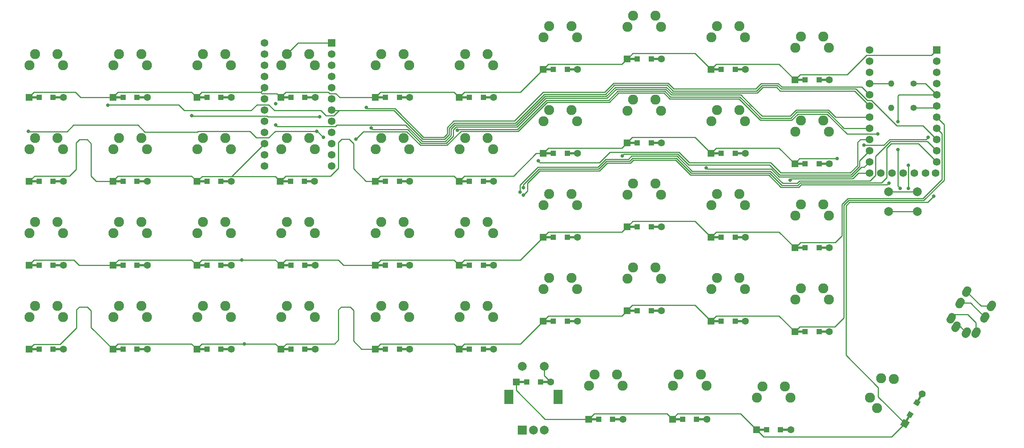
<source format=gbr>
%TF.GenerationSoftware,KiCad,Pcbnew,(5.1.9-0-10_14)*%
%TF.CreationDate,2021-09-05T14:47:07-05:00*%
%TF.ProjectId,wren-universal,7772656e-2d75-46e6-9976-657273616c2e,rev?*%
%TF.SameCoordinates,Original*%
%TF.FileFunction,Copper,L2,Bot*%
%TF.FilePolarity,Positive*%
%FSLAX46Y46*%
G04 Gerber Fmt 4.6, Leading zero omitted, Abs format (unit mm)*
G04 Created by KiCad (PCBNEW (5.1.9-0-10_14)) date 2021-09-05 14:47:07*
%MOMM*%
%LPD*%
G01*
G04 APERTURE LIST*
%TA.AperFunction,ComponentPad*%
%ADD10C,2.286000*%
%TD*%
%TA.AperFunction,ComponentPad*%
%ADD11C,1.752600*%
%TD*%
%TA.AperFunction,ComponentPad*%
%ADD12R,1.752600X1.752600*%
%TD*%
%TA.AperFunction,SMDPad,CuDef*%
%ADD13R,2.500000X0.500000*%
%TD*%
%TA.AperFunction,ComponentPad*%
%ADD14C,1.600000*%
%TD*%
%TA.AperFunction,ComponentPad*%
%ADD15R,1.600000X1.600000*%
%TD*%
%TA.AperFunction,SMDPad,CuDef*%
%ADD16R,1.200000X1.200000*%
%TD*%
%TA.AperFunction,ComponentPad*%
%ADD17O,1.400000X1.400000*%
%TD*%
%TA.AperFunction,ComponentPad*%
%ADD18C,1.400000*%
%TD*%
%TA.AperFunction,SMDPad,CuDef*%
%ADD19C,0.100000*%
%TD*%
%TA.AperFunction,ComponentPad*%
%ADD20C,0.100000*%
%TD*%
%TA.AperFunction,ComponentPad*%
%ADD21C,2.000000*%
%TD*%
%TA.AperFunction,ComponentPad*%
%ADD22R,2.000000X3.200000*%
%TD*%
%TA.AperFunction,ComponentPad*%
%ADD23R,2.000000X2.000000*%
%TD*%
%TA.AperFunction,ViaPad*%
%ADD24C,0.800000*%
%TD*%
%TA.AperFunction,Conductor*%
%ADD25C,0.250000*%
%TD*%
G04 APERTURE END LIST*
D10*
%TO.P,MX27,1*%
%TO.N,COL6*%
X102076250Y-98615500D03*
%TO.P,MX27,2*%
%TO.N,Net-(D27-Pad2)*%
X108426250Y-96075500D03*
%TO.P,MX27,1*%
%TO.N,COL6*%
X103346250Y-96075500D03*
%TO.P,MX27,2*%
%TO.N,Net-(D27-Pad2)*%
X109696250Y-98615500D03*
%TD*%
D11*
%TO.P,U2,24*%
%TO.N,N/C*%
X98244250Y-55435500D03*
%TO.P,U2,12*%
X113484250Y-83375500D03*
%TO.P,U2,23*%
X98244250Y-57975500D03*
%TO.P,U2,22*%
X98244250Y-60515500D03*
%TO.P,U2,21*%
X98244250Y-63055500D03*
%TO.P,U2,20*%
%TO.N,ROW0*%
X98244250Y-65595500D03*
%TO.P,U2,19*%
%TO.N,N/C*%
X98244250Y-68135500D03*
%TO.P,U2,18*%
X98244250Y-70675500D03*
%TO.P,U2,17*%
X98244250Y-73215500D03*
%TO.P,U2,16*%
X98244250Y-75755500D03*
%TO.P,U2,15*%
%TO.N,ROW1*%
X98244250Y-78295500D03*
%TO.P,U2,14*%
%TO.N,ROW2*%
X98244250Y-80835500D03*
%TO.P,U2,13*%
%TO.N,ROW3*%
X98244250Y-83375500D03*
%TO.P,U2,11*%
%TO.N,N/C*%
X113484250Y-80835500D03*
%TO.P,U2,10*%
X113484250Y-78295500D03*
%TO.P,U2,9*%
X113484250Y-75755500D03*
%TO.P,U2,8*%
%TO.N,COL9*%
X113484250Y-73215500D03*
%TO.P,U2,7*%
%TO.N,COL8*%
X113484250Y-70675500D03*
%TO.P,U2,6*%
%TO.N,N/C*%
X113484250Y-68135500D03*
%TO.P,U2,5*%
X113484250Y-65595500D03*
%TO.P,U2,4*%
X113484250Y-63055500D03*
%TO.P,U2,3*%
X113484250Y-60515500D03*
%TO.P,U2,2*%
%TO.N,COL7*%
X113484250Y-57975500D03*
D12*
%TO.P,U2,1*%
%TO.N,COL6*%
X113484250Y-55435500D03*
%TD*%
%TO.P,J1,3*%
%TO.N,VCC*%
%TA.AperFunction,ComponentPad*%
G36*
G01*
X260817011Y-117592649D02*
X261167011Y-116986431D01*
G75*
G02*
X262396434Y-116657008I779423J-450000D01*
G01*
X262396434Y-116657008D01*
G75*
G02*
X262725857Y-117886431I-450000J-779423D01*
G01*
X262375857Y-118492649D01*
G75*
G02*
X261146434Y-118822072I-779423J450000D01*
G01*
X261146434Y-118822072D01*
G75*
G02*
X260817011Y-117592649I450000J779423D01*
G01*
G37*
%TD.AperFunction*%
%TO.P,J1,2*%
%TO.N,SCL*%
%TA.AperFunction,ComponentPad*%
G36*
G01*
X262317011Y-114994573D02*
X262667011Y-114388355D01*
G75*
G02*
X263896434Y-114058932I779423J-450000D01*
G01*
X263896434Y-114058932D01*
G75*
G02*
X264225857Y-115288355I-450000J-779423D01*
G01*
X263875857Y-115894573D01*
G75*
G02*
X262646434Y-116223996I-779423J450000D01*
G01*
X262646434Y-116223996D01*
G75*
G02*
X262317011Y-114994573I450000J779423D01*
G01*
G37*
%TD.AperFunction*%
%TO.P,J1,1*%
%TO.N,SDA*%
%TA.AperFunction,ComponentPad*%
G36*
G01*
X258817011Y-121056751D02*
X259167011Y-120450533D01*
G75*
G02*
X260396434Y-120121110I779423J-450000D01*
G01*
X260396434Y-120121110D01*
G75*
G02*
X260725857Y-121350533I-450000J-779423D01*
G01*
X260375857Y-121956751D01*
G75*
G02*
X259146434Y-122286174I-779423J450000D01*
G01*
X259146434Y-122286174D01*
G75*
G02*
X258817011Y-121056751I450000J779423D01*
G01*
G37*
%TD.AperFunction*%
%TO.P,J1,4*%
%TO.N,GND*%
%TA.AperFunction,ComponentPad*%
G36*
G01*
X254283294Y-119709379D02*
X254633294Y-119103161D01*
G75*
G02*
X255862717Y-118773738I779423J-450000D01*
G01*
X255862717Y-118773738D01*
G75*
G02*
X256192140Y-120003161I-450000J-779423D01*
G01*
X255842140Y-120609379D01*
G75*
G02*
X254612717Y-120938802I-779423J450000D01*
G01*
X254612717Y-120938802D01*
G75*
G02*
X254283294Y-119709379I450000J779423D01*
G01*
G37*
%TD.AperFunction*%
%TO.P,J1,5*%
%TA.AperFunction,ComponentPad*%
G36*
G01*
X256621563Y-121059379D02*
X256971563Y-120453161D01*
G75*
G02*
X258200986Y-120123738I779423J-450000D01*
G01*
X258200986Y-120123738D01*
G75*
G02*
X258530409Y-121353161I-450000J-779423D01*
G01*
X258180409Y-121959379D01*
G75*
G02*
X256950986Y-122288802I-779423J450000D01*
G01*
X256950986Y-122288802D01*
G75*
G02*
X256621563Y-121059379I450000J779423D01*
G01*
G37*
%TD.AperFunction*%
%TO.P,J1,1*%
%TO.N,SDA*%
%TA.AperFunction,ComponentPad*%
G36*
G01*
X253187846Y-117806751D02*
X253537846Y-117200533D01*
G75*
G02*
X254767269Y-116871110I779423J-450000D01*
G01*
X254767269Y-116871110D01*
G75*
G02*
X255096692Y-118100533I-450000J-779423D01*
G01*
X254746692Y-118706751D01*
G75*
G02*
X253517269Y-119036174I-779423J450000D01*
G01*
X253517269Y-119036174D01*
G75*
G02*
X253187846Y-117806751I450000J779423D01*
G01*
G37*
%TD.AperFunction*%
%TO.P,J1,2*%
%TO.N,SCL*%
%TA.AperFunction,ComponentPad*%
G36*
G01*
X256687846Y-111744573D02*
X257037846Y-111138355D01*
G75*
G02*
X258267269Y-110808932I779423J-450000D01*
G01*
X258267269Y-110808932D01*
G75*
G02*
X258596692Y-112038355I-450000J-779423D01*
G01*
X258246692Y-112644573D01*
G75*
G02*
X257017269Y-112973996I-779423J450000D01*
G01*
X257017269Y-112973996D01*
G75*
G02*
X256687846Y-111744573I450000J779423D01*
G01*
G37*
%TD.AperFunction*%
%TO.P,J1,3*%
%TO.N,VCC*%
%TA.AperFunction,ComponentPad*%
G36*
G01*
X255187846Y-114342649D02*
X255537846Y-113736431D01*
G75*
G02*
X256767269Y-113407008I779423J-450000D01*
G01*
X256767269Y-113407008D01*
G75*
G02*
X257096692Y-114636431I-450000J-779423D01*
G01*
X256746692Y-115242649D01*
G75*
G02*
X255517269Y-115572072I-779423J450000D01*
G01*
X255517269Y-115572072D01*
G75*
G02*
X255187846Y-114342649I450000J779423D01*
G01*
G37*
%TD.AperFunction*%
%TD*%
D10*
%TO.P,MX39,1*%
%TO.N,COL8*%
X63976250Y-117665500D03*
%TO.P,MX39,2*%
%TO.N,Net-(D39-Pad2)*%
X70326250Y-115125500D03*
%TO.P,MX39,1*%
%TO.N,COL8*%
X65246250Y-115125500D03*
%TO.P,MX39,2*%
%TO.N,Net-(D39-Pad2)*%
X71596250Y-117665500D03*
%TD*%
%TO.P,MX36,1*%
%TO.N,COL5*%
X123507500Y-117665500D03*
%TO.P,MX36,2*%
%TO.N,Net-(D36-Pad2)*%
X129857500Y-115125500D03*
%TO.P,MX36,1*%
%TO.N,COL5*%
X124777500Y-115125500D03*
%TO.P,MX36,2*%
%TO.N,Net-(D36-Pad2)*%
X131127500Y-117665500D03*
%TD*%
%TO.P,MX21,1*%
%TO.N,COL0*%
X218757500Y-94646750D03*
%TO.P,MX21,2*%
%TO.N,Net-(D21-Pad2)*%
X225107500Y-92106750D03*
%TO.P,MX21,1*%
%TO.N,COL0*%
X220027500Y-92106750D03*
%TO.P,MX21,2*%
%TO.N,Net-(D21-Pad2)*%
X226377500Y-94646750D03*
%TD*%
%TO.P,MX41,1*%
%TO.N,COL0*%
X237284295Y-138332307D03*
%TO.P,MX41,2*%
%TO.N,Net-(D41-Pad2)*%
X238259591Y-131563045D03*
%TO.P,MX41,1*%
%TO.N,COL0*%
X235719591Y-135962455D03*
%TO.P,MX41,2*%
%TO.N,Net-(D41-Pad2)*%
X241094295Y-131733193D03*
%TD*%
%TO.P,MX10,1*%
%TO.N,COL9*%
X44926250Y-60515500D03*
%TO.P,MX10,2*%
%TO.N,Net-(D10-Pad2)*%
X51276250Y-57975500D03*
%TO.P,MX10,1*%
%TO.N,COL9*%
X46196250Y-57975500D03*
%TO.P,MX10,2*%
%TO.N,Net-(D10-Pad2)*%
X52546250Y-60515500D03*
%TD*%
%TO.P,MX15,1*%
%TO.N,COL4*%
X142557500Y-79565500D03*
%TO.P,MX15,2*%
%TO.N,Net-(D15-Pad2)*%
X148907500Y-77025500D03*
%TO.P,MX15,1*%
%TO.N,COL4*%
X143827500Y-77025500D03*
%TO.P,MX15,2*%
%TO.N,Net-(D15-Pad2)*%
X150177500Y-79565500D03*
%TD*%
%TO.P,MX44,1*%
%TO.N,COL3*%
X171920000Y-133254750D03*
%TO.P,MX44,2*%
%TO.N,Net-(D44-Pad2)*%
X178270000Y-130714750D03*
%TO.P,MX44,1*%
%TO.N,COL3*%
X173190000Y-130714750D03*
%TO.P,MX44,2*%
%TO.N,Net-(D44-Pad2)*%
X179540000Y-133254750D03*
%TD*%
%TO.P,MX43,1*%
%TO.N,COL2*%
X190970000Y-133254750D03*
%TO.P,MX43,2*%
%TO.N,Net-(D43-Pad2)*%
X197320000Y-130714750D03*
%TO.P,MX43,1*%
%TO.N,COL2*%
X192240000Y-130714750D03*
%TO.P,MX43,2*%
%TO.N,Net-(D43-Pad2)*%
X198590000Y-133254750D03*
%TD*%
%TO.P,MX42,1*%
%TO.N,COL1*%
X210020000Y-135921750D03*
%TO.P,MX42,2*%
%TO.N,Net-(D42-Pad2)*%
X216370000Y-133381750D03*
%TO.P,MX42,1*%
%TO.N,COL1*%
X211290000Y-133381750D03*
%TO.P,MX42,2*%
%TO.N,Net-(D42-Pad2)*%
X217640000Y-135921750D03*
%TD*%
%TO.P,MX40,1*%
%TO.N,COL9*%
X44926250Y-117665500D03*
%TO.P,MX40,2*%
%TO.N,Net-(D40-Pad2)*%
X51276250Y-115125500D03*
%TO.P,MX40,1*%
%TO.N,COL9*%
X46196250Y-115125500D03*
%TO.P,MX40,2*%
%TO.N,Net-(D40-Pad2)*%
X52546250Y-117665500D03*
%TD*%
%TO.P,MX38,1*%
%TO.N,COL7*%
X83026250Y-117665500D03*
%TO.P,MX38,2*%
%TO.N,Net-(D38-Pad2)*%
X89376250Y-115125500D03*
%TO.P,MX38,1*%
%TO.N,COL7*%
X84296250Y-115125500D03*
%TO.P,MX38,2*%
%TO.N,Net-(D38-Pad2)*%
X90646250Y-117665500D03*
%TD*%
%TO.P,MX37,1*%
%TO.N,COL6*%
X102076250Y-117665500D03*
%TO.P,MX37,2*%
%TO.N,Net-(D37-Pad2)*%
X108426250Y-115125500D03*
%TO.P,MX37,1*%
%TO.N,COL6*%
X103346250Y-115125500D03*
%TO.P,MX37,2*%
%TO.N,Net-(D37-Pad2)*%
X109696250Y-117665500D03*
%TD*%
%TO.P,MX35,1*%
%TO.N,COL4*%
X142557500Y-117665500D03*
%TO.P,MX35,2*%
%TO.N,Net-(D35-Pad2)*%
X148907500Y-115125500D03*
%TO.P,MX35,1*%
%TO.N,COL4*%
X143827500Y-115125500D03*
%TO.P,MX35,2*%
%TO.N,Net-(D35-Pad2)*%
X150177500Y-117665500D03*
%TD*%
%TO.P,MX34,1*%
%TO.N,COL3*%
X161607500Y-111315500D03*
%TO.P,MX34,2*%
%TO.N,Net-(D34-Pad2)*%
X167957500Y-108775500D03*
%TO.P,MX34,1*%
%TO.N,COL3*%
X162877500Y-108775500D03*
%TO.P,MX34,2*%
%TO.N,Net-(D34-Pad2)*%
X169227500Y-111315500D03*
%TD*%
%TO.P,MX33,1*%
%TO.N,COL2*%
X180657500Y-108934250D03*
%TO.P,MX33,2*%
%TO.N,Net-(D33-Pad2)*%
X187007500Y-106394250D03*
%TO.P,MX33,1*%
%TO.N,COL2*%
X181927500Y-106394250D03*
%TO.P,MX33,2*%
%TO.N,Net-(D33-Pad2)*%
X188277500Y-108934250D03*
%TD*%
%TO.P,MX32,1*%
%TO.N,COL1*%
X199707500Y-111315500D03*
%TO.P,MX32,2*%
%TO.N,Net-(D32-Pad2)*%
X206057500Y-108775500D03*
%TO.P,MX32,1*%
%TO.N,COL1*%
X200977500Y-108775500D03*
%TO.P,MX32,2*%
%TO.N,Net-(D32-Pad2)*%
X207327500Y-111315500D03*
%TD*%
%TO.P,MX31,1*%
%TO.N,COL0*%
X218757500Y-113696750D03*
%TO.P,MX31,2*%
%TO.N,Net-(D31-Pad2)*%
X225107500Y-111156750D03*
%TO.P,MX31,1*%
%TO.N,COL0*%
X220027500Y-111156750D03*
%TO.P,MX31,2*%
%TO.N,Net-(D31-Pad2)*%
X226377500Y-113696750D03*
%TD*%
%TO.P,MX30,1*%
%TO.N,COL9*%
X44926250Y-98615500D03*
%TO.P,MX30,2*%
%TO.N,Net-(D30-Pad2)*%
X51276250Y-96075500D03*
%TO.P,MX30,1*%
%TO.N,COL9*%
X46196250Y-96075500D03*
%TO.P,MX30,2*%
%TO.N,Net-(D30-Pad2)*%
X52546250Y-98615500D03*
%TD*%
%TO.P,MX29,1*%
%TO.N,COL8*%
X63976250Y-98615500D03*
%TO.P,MX29,2*%
%TO.N,Net-(D29-Pad2)*%
X70326250Y-96075500D03*
%TO.P,MX29,1*%
%TO.N,COL8*%
X65246250Y-96075500D03*
%TO.P,MX29,2*%
%TO.N,Net-(D29-Pad2)*%
X71596250Y-98615500D03*
%TD*%
%TO.P,MX28,1*%
%TO.N,COL7*%
X83026250Y-98615500D03*
%TO.P,MX28,2*%
%TO.N,Net-(D28-Pad2)*%
X89376250Y-96075500D03*
%TO.P,MX28,1*%
%TO.N,COL7*%
X84296250Y-96075500D03*
%TO.P,MX28,2*%
%TO.N,Net-(D28-Pad2)*%
X90646250Y-98615500D03*
%TD*%
%TO.P,MX26,1*%
%TO.N,COL5*%
X123507500Y-98615500D03*
%TO.P,MX26,2*%
%TO.N,Net-(D26-Pad2)*%
X129857500Y-96075500D03*
%TO.P,MX26,1*%
%TO.N,COL5*%
X124777500Y-96075500D03*
%TO.P,MX26,2*%
%TO.N,Net-(D26-Pad2)*%
X131127500Y-98615500D03*
%TD*%
%TO.P,MX25,1*%
%TO.N,COL4*%
X142557500Y-98615500D03*
%TO.P,MX25,2*%
%TO.N,Net-(D25-Pad2)*%
X148907500Y-96075500D03*
%TO.P,MX25,1*%
%TO.N,COL4*%
X143827500Y-96075500D03*
%TO.P,MX25,2*%
%TO.N,Net-(D25-Pad2)*%
X150177500Y-98615500D03*
%TD*%
%TO.P,MX24,1*%
%TO.N,COL3*%
X161607500Y-92265500D03*
%TO.P,MX24,2*%
%TO.N,Net-(D24-Pad2)*%
X167957500Y-89725500D03*
%TO.P,MX24,1*%
%TO.N,COL3*%
X162877500Y-89725500D03*
%TO.P,MX24,2*%
%TO.N,Net-(D24-Pad2)*%
X169227500Y-92265500D03*
%TD*%
%TO.P,MX23,1*%
%TO.N,COL2*%
X180657500Y-89884250D03*
%TO.P,MX23,2*%
%TO.N,Net-(D23-Pad2)*%
X187007500Y-87344250D03*
%TO.P,MX23,1*%
%TO.N,COL2*%
X181927500Y-87344250D03*
%TO.P,MX23,2*%
%TO.N,Net-(D23-Pad2)*%
X188277500Y-89884250D03*
%TD*%
%TO.P,MX22,1*%
%TO.N,COL1*%
X199707500Y-92265500D03*
%TO.P,MX22,2*%
%TO.N,Net-(D22-Pad2)*%
X206057500Y-89725500D03*
%TO.P,MX22,1*%
%TO.N,COL1*%
X200977500Y-89725500D03*
%TO.P,MX22,2*%
%TO.N,Net-(D22-Pad2)*%
X207327500Y-92265500D03*
%TD*%
%TO.P,MX20,1*%
%TO.N,COL9*%
X44926250Y-79565500D03*
%TO.P,MX20,2*%
%TO.N,Net-(D20-Pad2)*%
X51276250Y-77025500D03*
%TO.P,MX20,1*%
%TO.N,COL9*%
X46196250Y-77025500D03*
%TO.P,MX20,2*%
%TO.N,Net-(D20-Pad2)*%
X52546250Y-79565500D03*
%TD*%
%TO.P,MX19,1*%
%TO.N,COL8*%
X63976250Y-79565500D03*
%TO.P,MX19,2*%
%TO.N,Net-(D19-Pad2)*%
X70326250Y-77025500D03*
%TO.P,MX19,1*%
%TO.N,COL8*%
X65246250Y-77025500D03*
%TO.P,MX19,2*%
%TO.N,Net-(D19-Pad2)*%
X71596250Y-79565500D03*
%TD*%
%TO.P,MX18,1*%
%TO.N,COL7*%
X83026250Y-79565500D03*
%TO.P,MX18,2*%
%TO.N,Net-(D18-Pad2)*%
X89376250Y-77025500D03*
%TO.P,MX18,1*%
%TO.N,COL7*%
X84296250Y-77025500D03*
%TO.P,MX18,2*%
%TO.N,Net-(D18-Pad2)*%
X90646250Y-79565500D03*
%TD*%
%TO.P,MX17,1*%
%TO.N,COL6*%
X102076250Y-79565500D03*
%TO.P,MX17,2*%
%TO.N,Net-(D17-Pad2)*%
X108426250Y-77025500D03*
%TO.P,MX17,1*%
%TO.N,COL6*%
X103346250Y-77025500D03*
%TO.P,MX17,2*%
%TO.N,Net-(D17-Pad2)*%
X109696250Y-79565500D03*
%TD*%
%TO.P,MX16,1*%
%TO.N,COL5*%
X123507500Y-79565500D03*
%TO.P,MX16,2*%
%TO.N,Net-(D16-Pad2)*%
X129857500Y-77025500D03*
%TO.P,MX16,1*%
%TO.N,COL5*%
X124777500Y-77025500D03*
%TO.P,MX16,2*%
%TO.N,Net-(D16-Pad2)*%
X131127500Y-79565500D03*
%TD*%
%TO.P,MX14,1*%
%TO.N,COL3*%
X161607500Y-73215500D03*
%TO.P,MX14,2*%
%TO.N,Net-(D14-Pad2)*%
X167957500Y-70675500D03*
%TO.P,MX14,1*%
%TO.N,COL3*%
X162877500Y-70675500D03*
%TO.P,MX14,2*%
%TO.N,Net-(D14-Pad2)*%
X169227500Y-73215500D03*
%TD*%
%TO.P,MX13,1*%
%TO.N,COL2*%
X180657500Y-70834250D03*
%TO.P,MX13,2*%
%TO.N,Net-(D13-Pad2)*%
X187007500Y-68294250D03*
%TO.P,MX13,1*%
%TO.N,COL2*%
X181927500Y-68294250D03*
%TO.P,MX13,2*%
%TO.N,Net-(D13-Pad2)*%
X188277500Y-70834250D03*
%TD*%
%TO.P,MX12,1*%
%TO.N,COL1*%
X199707500Y-73215500D03*
%TO.P,MX12,2*%
%TO.N,Net-(D12-Pad2)*%
X206057500Y-70675500D03*
%TO.P,MX12,1*%
%TO.N,COL1*%
X200977500Y-70675500D03*
%TO.P,MX12,2*%
%TO.N,Net-(D12-Pad2)*%
X207327500Y-73215500D03*
%TD*%
%TO.P,MX11,1*%
%TO.N,COL0*%
X218757500Y-75596750D03*
%TO.P,MX11,2*%
%TO.N,Net-(D11-Pad2)*%
X225107500Y-73056750D03*
%TO.P,MX11,1*%
%TO.N,COL0*%
X220027500Y-73056750D03*
%TO.P,MX11,2*%
%TO.N,Net-(D11-Pad2)*%
X226377500Y-75596750D03*
%TD*%
%TO.P,MX9,1*%
%TO.N,COL8*%
X63976250Y-60515500D03*
%TO.P,MX9,2*%
%TO.N,Net-(D9-Pad2)*%
X70326250Y-57975500D03*
%TO.P,MX9,1*%
%TO.N,COL8*%
X65246250Y-57975500D03*
%TO.P,MX9,2*%
%TO.N,Net-(D9-Pad2)*%
X71596250Y-60515500D03*
%TD*%
%TO.P,MX8,1*%
%TO.N,COL7*%
X83026250Y-60515500D03*
%TO.P,MX8,2*%
%TO.N,Net-(D8-Pad2)*%
X89376250Y-57975500D03*
%TO.P,MX8,1*%
%TO.N,COL7*%
X84296250Y-57975500D03*
%TO.P,MX8,2*%
%TO.N,Net-(D8-Pad2)*%
X90646250Y-60515500D03*
%TD*%
%TO.P,MX7,1*%
%TO.N,COL6*%
X102076250Y-60515500D03*
%TO.P,MX7,2*%
%TO.N,Net-(D7-Pad2)*%
X108426250Y-57975500D03*
%TO.P,MX7,1*%
%TO.N,COL6*%
X103346250Y-57975500D03*
%TO.P,MX7,2*%
%TO.N,Net-(D7-Pad2)*%
X109696250Y-60515500D03*
%TD*%
%TO.P,MX6,1*%
%TO.N,COL5*%
X123507500Y-60515500D03*
%TO.P,MX6,2*%
%TO.N,Net-(D6-Pad2)*%
X129857500Y-57975500D03*
%TO.P,MX6,1*%
%TO.N,COL5*%
X124777500Y-57975500D03*
%TO.P,MX6,2*%
%TO.N,Net-(D6-Pad2)*%
X131127500Y-60515500D03*
%TD*%
%TO.P,MX5,1*%
%TO.N,COL4*%
X142557500Y-60515500D03*
%TO.P,MX5,2*%
%TO.N,Net-(D5-Pad2)*%
X148907500Y-57975500D03*
%TO.P,MX5,1*%
%TO.N,COL4*%
X143827500Y-57975500D03*
%TO.P,MX5,2*%
%TO.N,Net-(D5-Pad2)*%
X150177500Y-60515500D03*
%TD*%
%TO.P,MX4,1*%
%TO.N,COL3*%
X161607500Y-54165500D03*
%TO.P,MX4,2*%
%TO.N,Net-(D4-Pad2)*%
X167957500Y-51625500D03*
%TO.P,MX4,1*%
%TO.N,COL3*%
X162877500Y-51625500D03*
%TO.P,MX4,2*%
%TO.N,Net-(D4-Pad2)*%
X169227500Y-54165500D03*
%TD*%
%TO.P,MX3,1*%
%TO.N,COL2*%
X180657500Y-51784250D03*
%TO.P,MX3,2*%
%TO.N,Net-(D3-Pad2)*%
X187007500Y-49244250D03*
%TO.P,MX3,1*%
%TO.N,COL2*%
X181927500Y-49244250D03*
%TO.P,MX3,2*%
%TO.N,Net-(D3-Pad2)*%
X188277500Y-51784250D03*
%TD*%
%TO.P,MX2,1*%
%TO.N,COL1*%
X199707500Y-54165500D03*
%TO.P,MX2,2*%
%TO.N,Net-(D2-Pad2)*%
X206057500Y-51625500D03*
%TO.P,MX2,1*%
%TO.N,COL1*%
X200977500Y-51625500D03*
%TO.P,MX2,2*%
%TO.N,Net-(D2-Pad2)*%
X207327500Y-54165500D03*
%TD*%
%TO.P,MX1,1*%
%TO.N,COL0*%
X218757500Y-56546750D03*
%TO.P,MX1,2*%
%TO.N,Net-(D1-Pad2)*%
X225107500Y-54006750D03*
%TO.P,MX1,1*%
%TO.N,COL0*%
X220027500Y-54006750D03*
%TO.P,MX1,2*%
%TO.N,Net-(D1-Pad2)*%
X226377500Y-56546750D03*
%TD*%
D11*
%TO.P,U1,25*%
%TO.N,N/C*%
X248285000Y-84963000D03*
%TO.P,U1,26*%
X245745000Y-84963000D03*
%TO.P,U1,27*%
X243205000Y-84963000D03*
%TO.P,U1,28*%
X240665000Y-84963000D03*
%TO.P,U1,29*%
%TO.N,COL9*%
X238125000Y-84963000D03*
%TO.P,U1,24*%
%TO.N,N/C*%
X235585000Y-57023000D03*
%TO.P,U1,12*%
%TO.N,ROW4*%
X250596400Y-84963000D03*
%TO.P,U1,23*%
%TO.N,GND*%
X235585000Y-59563000D03*
%TO.P,U1,22*%
%TO.N,Net-(SW0-Pad1)*%
X235585000Y-62103000D03*
%TO.P,U1,21*%
%TO.N,VCC*%
X235585000Y-64643000D03*
%TO.P,U1,20*%
%TO.N,COL7*%
X235585000Y-67183000D03*
%TO.P,U1,19*%
%TO.N,COL6*%
X235585000Y-69723000D03*
%TO.P,U1,18*%
%TO.N,COL5*%
X235585000Y-72263000D03*
%TO.P,U1,17*%
%TO.N,COL4*%
X235585000Y-74803000D03*
%TO.P,U1,16*%
%TO.N,COL3*%
X235585000Y-77343000D03*
%TO.P,U1,15*%
%TO.N,COL2*%
X235585000Y-79883000D03*
%TO.P,U1,14*%
%TO.N,COL1*%
X235585000Y-82423000D03*
%TO.P,U1,13*%
%TO.N,COL0*%
X235585000Y-84963000D03*
%TO.P,U1,11*%
%TO.N,RIGHT*%
X250825000Y-82423000D03*
%TO.P,U1,10*%
%TO.N,LEFT*%
X250825000Y-79883000D03*
%TO.P,U1,9*%
%TO.N,COL8*%
X250825000Y-77343000D03*
%TO.P,U1,8*%
%TO.N,ROW2*%
X250825000Y-74803000D03*
%TO.P,U1,7*%
%TO.N,ROW3*%
X250825000Y-72263000D03*
%TO.P,U1,6*%
%TO.N,SCL*%
X250825000Y-69723000D03*
%TO.P,U1,5*%
%TO.N,SDA*%
X250825000Y-67183000D03*
%TO.P,U1,4*%
%TO.N,N/C*%
X250825000Y-64643000D03*
%TO.P,U1,3*%
X250825000Y-62103000D03*
%TO.P,U1,2*%
%TO.N,ROW1*%
X250825000Y-59563000D03*
D12*
%TO.P,U1,1*%
%TO.N,ROW0*%
X250825000Y-57023000D03*
%TD*%
D13*
%TO.P,D43,2*%
%TO.N,Net-(D43-Pad2)*%
X197480000Y-140843000D03*
%TO.P,D43,1*%
%TO.N,ROW4*%
X192080000Y-140843000D03*
D14*
%TO.P,D43,2*%
%TO.N,Net-(D43-Pad2)*%
X198680000Y-140843000D03*
D15*
%TO.P,D43,1*%
%TO.N,ROW4*%
X190880000Y-140843000D03*
D16*
X193205000Y-140843000D03*
%TO.P,D43,2*%
%TO.N,Net-(D43-Pad2)*%
X196355000Y-140843000D03*
%TD*%
D17*
%TO.P,R2,2*%
%TO.N,VCC*%
X240490000Y-70199250D03*
D18*
%TO.P,R2,1*%
%TO.N,SCL*%
X245570000Y-70199250D03*
%TD*%
D17*
%TO.P,R1,2*%
%TO.N,VCC*%
X240490000Y-64643000D03*
D18*
%TO.P,R1,1*%
%TO.N,SDA*%
X245570000Y-64643000D03*
%TD*%
D13*
%TO.P,D45,2*%
%TO.N,ENC1-IN*%
X162047000Y-132365750D03*
%TO.P,D45,1*%
%TO.N,ROW4*%
X156647000Y-132365750D03*
D14*
%TO.P,D45,2*%
%TO.N,ENC1-IN*%
X163247000Y-132365750D03*
D15*
%TO.P,D45,1*%
%TO.N,ROW4*%
X155447000Y-132365750D03*
D16*
X157772000Y-132365750D03*
%TO.P,D45,2*%
%TO.N,ENC1-IN*%
X160922000Y-132365750D03*
%TD*%
D13*
%TO.P,D44,2*%
%TO.N,Net-(D44-Pad2)*%
X178430000Y-140843000D03*
%TO.P,D44,1*%
%TO.N,ROW4*%
X173030000Y-140843000D03*
D14*
%TO.P,D44,2*%
%TO.N,Net-(D44-Pad2)*%
X179630000Y-140843000D03*
D15*
%TO.P,D44,1*%
%TO.N,ROW4*%
X171830000Y-140843000D03*
D16*
X174155000Y-140843000D03*
%TO.P,D44,2*%
%TO.N,Net-(D44-Pad2)*%
X177305000Y-140843000D03*
%TD*%
D13*
%TO.P,D42,2*%
%TO.N,Net-(D42-Pad2)*%
X216530000Y-143224250D03*
%TO.P,D42,1*%
%TO.N,ROW4*%
X211130000Y-143224250D03*
D14*
%TO.P,D42,2*%
%TO.N,Net-(D42-Pad2)*%
X217730000Y-143224250D03*
D15*
%TO.P,D42,1*%
%TO.N,ROW4*%
X209930000Y-143224250D03*
D16*
X212255000Y-143224250D03*
%TO.P,D42,2*%
%TO.N,Net-(D42-Pad2)*%
X215405000Y-143224250D03*
%TD*%
%TA.AperFunction,SMDPad,CuDef*%
D19*
%TO.P,D41,2*%
%TO.N,Net-(D41-Pad2)*%
G36*
X246514506Y-137331013D02*
G01*
X246081494Y-137081013D01*
X247331494Y-134915949D01*
X247764506Y-135165949D01*
X246514506Y-137331013D01*
G37*
%TD.AperFunction*%
%TA.AperFunction,SMDPad,CuDef*%
%TO.P,D41,1*%
%TO.N,ROW4*%
G36*
X243814506Y-142007551D02*
G01*
X243381494Y-141757551D01*
X244631494Y-139592487D01*
X245064506Y-139842487D01*
X243814506Y-142007551D01*
G37*
%TD.AperFunction*%
D14*
%TO.P,D41,2*%
%TO.N,Net-(D41-Pad2)*%
X247523000Y-135084251D03*
%TA.AperFunction,ComponentPad*%
D20*
%TO.P,D41,1*%
%TO.N,ROW4*%
G36*
X243915820Y-142932069D02*
G01*
X242530180Y-142132069D01*
X243330180Y-140746429D01*
X244715820Y-141546429D01*
X243915820Y-142932069D01*
G37*
%TD.AperFunction*%
%TA.AperFunction,SMDPad,CuDef*%
D19*
G36*
X245005115Y-140645355D02*
G01*
X243965885Y-140045355D01*
X244565885Y-139006125D01*
X245605115Y-139606125D01*
X245005115Y-140645355D01*
G37*
%TD.AperFunction*%
%TA.AperFunction,SMDPad,CuDef*%
%TO.P,D41,2*%
%TO.N,Net-(D41-Pad2)*%
G36*
X246580115Y-137917375D02*
G01*
X245540885Y-137317375D01*
X246140885Y-136278145D01*
X247180115Y-136878145D01*
X246580115Y-137917375D01*
G37*
%TD.AperFunction*%
%TD*%
D13*
%TO.P,D40,2*%
%TO.N,Net-(D40-Pad2)*%
X51430000Y-124968000D03*
%TO.P,D40,1*%
%TO.N,ROW3*%
X46030000Y-124968000D03*
D14*
%TO.P,D40,2*%
%TO.N,Net-(D40-Pad2)*%
X52630000Y-124968000D03*
D15*
%TO.P,D40,1*%
%TO.N,ROW3*%
X44830000Y-124968000D03*
D16*
X47155000Y-124968000D03*
%TO.P,D40,2*%
%TO.N,Net-(D40-Pad2)*%
X50305000Y-124968000D03*
%TD*%
D13*
%TO.P,D39,2*%
%TO.N,Net-(D39-Pad2)*%
X70480000Y-124968000D03*
%TO.P,D39,1*%
%TO.N,ROW3*%
X65080000Y-124968000D03*
D14*
%TO.P,D39,2*%
%TO.N,Net-(D39-Pad2)*%
X71680000Y-124968000D03*
D15*
%TO.P,D39,1*%
%TO.N,ROW3*%
X63880000Y-124968000D03*
D16*
X66205000Y-124968000D03*
%TO.P,D39,2*%
%TO.N,Net-(D39-Pad2)*%
X69355000Y-124968000D03*
%TD*%
D13*
%TO.P,D38,2*%
%TO.N,Net-(D38-Pad2)*%
X89530000Y-124968000D03*
%TO.P,D38,1*%
%TO.N,ROW3*%
X84130000Y-124968000D03*
D14*
%TO.P,D38,2*%
%TO.N,Net-(D38-Pad2)*%
X90730000Y-124968000D03*
D15*
%TO.P,D38,1*%
%TO.N,ROW3*%
X82930000Y-124968000D03*
D16*
X85255000Y-124968000D03*
%TO.P,D38,2*%
%TO.N,Net-(D38-Pad2)*%
X88405000Y-124968000D03*
%TD*%
D13*
%TO.P,D37,2*%
%TO.N,Net-(D37-Pad2)*%
X108580000Y-124968000D03*
%TO.P,D37,1*%
%TO.N,ROW3*%
X103180000Y-124968000D03*
D14*
%TO.P,D37,2*%
%TO.N,Net-(D37-Pad2)*%
X109780000Y-124968000D03*
D15*
%TO.P,D37,1*%
%TO.N,ROW3*%
X101980000Y-124968000D03*
D16*
X104305000Y-124968000D03*
%TO.P,D37,2*%
%TO.N,Net-(D37-Pad2)*%
X107455000Y-124968000D03*
%TD*%
D13*
%TO.P,D36,2*%
%TO.N,Net-(D36-Pad2)*%
X130011250Y-124968000D03*
%TO.P,D36,1*%
%TO.N,ROW3*%
X124611250Y-124968000D03*
D14*
%TO.P,D36,2*%
%TO.N,Net-(D36-Pad2)*%
X131211250Y-124968000D03*
D15*
%TO.P,D36,1*%
%TO.N,ROW3*%
X123411250Y-124968000D03*
D16*
X125736250Y-124968000D03*
%TO.P,D36,2*%
%TO.N,Net-(D36-Pad2)*%
X128886250Y-124968000D03*
%TD*%
D13*
%TO.P,D35,2*%
%TO.N,Net-(D35-Pad2)*%
X149061250Y-124968000D03*
%TO.P,D35,1*%
%TO.N,ROW3*%
X143661250Y-124968000D03*
D14*
%TO.P,D35,2*%
%TO.N,Net-(D35-Pad2)*%
X150261250Y-124968000D03*
D15*
%TO.P,D35,1*%
%TO.N,ROW3*%
X142461250Y-124968000D03*
D16*
X144786250Y-124968000D03*
%TO.P,D35,2*%
%TO.N,Net-(D35-Pad2)*%
X147936250Y-124968000D03*
%TD*%
D13*
%TO.P,D34,2*%
%TO.N,Net-(D34-Pad2)*%
X168111250Y-118618000D03*
%TO.P,D34,1*%
%TO.N,ROW3*%
X162711250Y-118618000D03*
D14*
%TO.P,D34,2*%
%TO.N,Net-(D34-Pad2)*%
X169311250Y-118618000D03*
D15*
%TO.P,D34,1*%
%TO.N,ROW3*%
X161511250Y-118618000D03*
D16*
X163836250Y-118618000D03*
%TO.P,D34,2*%
%TO.N,Net-(D34-Pad2)*%
X166986250Y-118618000D03*
%TD*%
D13*
%TO.P,D33,2*%
%TO.N,Net-(D33-Pad2)*%
X187161250Y-116236750D03*
%TO.P,D33,1*%
%TO.N,ROW3*%
X181761250Y-116236750D03*
D14*
%TO.P,D33,2*%
%TO.N,Net-(D33-Pad2)*%
X188361250Y-116236750D03*
D15*
%TO.P,D33,1*%
%TO.N,ROW3*%
X180561250Y-116236750D03*
D16*
X182886250Y-116236750D03*
%TO.P,D33,2*%
%TO.N,Net-(D33-Pad2)*%
X186036250Y-116236750D03*
%TD*%
D13*
%TO.P,D32,2*%
%TO.N,Net-(D32-Pad2)*%
X206211250Y-118618000D03*
%TO.P,D32,1*%
%TO.N,ROW3*%
X200811250Y-118618000D03*
D14*
%TO.P,D32,2*%
%TO.N,Net-(D32-Pad2)*%
X207411250Y-118618000D03*
D15*
%TO.P,D32,1*%
%TO.N,ROW3*%
X199611250Y-118618000D03*
D16*
X201936250Y-118618000D03*
%TO.P,D32,2*%
%TO.N,Net-(D32-Pad2)*%
X205086250Y-118618000D03*
%TD*%
D13*
%TO.P,D31,2*%
%TO.N,Net-(D31-Pad2)*%
X225261250Y-120999250D03*
%TO.P,D31,1*%
%TO.N,ROW3*%
X219861250Y-120999250D03*
D14*
%TO.P,D31,2*%
%TO.N,Net-(D31-Pad2)*%
X226461250Y-120999250D03*
D15*
%TO.P,D31,1*%
%TO.N,ROW3*%
X218661250Y-120999250D03*
D16*
X220986250Y-120999250D03*
%TO.P,D31,2*%
%TO.N,Net-(D31-Pad2)*%
X224136250Y-120999250D03*
%TD*%
D13*
%TO.P,D30,2*%
%TO.N,Net-(D30-Pad2)*%
X51430000Y-105918000D03*
%TO.P,D30,1*%
%TO.N,ROW2*%
X46030000Y-105918000D03*
D14*
%TO.P,D30,2*%
%TO.N,Net-(D30-Pad2)*%
X52630000Y-105918000D03*
D15*
%TO.P,D30,1*%
%TO.N,ROW2*%
X44830000Y-105918000D03*
D16*
X47155000Y-105918000D03*
%TO.P,D30,2*%
%TO.N,Net-(D30-Pad2)*%
X50305000Y-105918000D03*
%TD*%
D13*
%TO.P,D29,2*%
%TO.N,Net-(D29-Pad2)*%
X70480000Y-105918000D03*
%TO.P,D29,1*%
%TO.N,ROW2*%
X65080000Y-105918000D03*
D14*
%TO.P,D29,2*%
%TO.N,Net-(D29-Pad2)*%
X71680000Y-105918000D03*
D15*
%TO.P,D29,1*%
%TO.N,ROW2*%
X63880000Y-105918000D03*
D16*
X66205000Y-105918000D03*
%TO.P,D29,2*%
%TO.N,Net-(D29-Pad2)*%
X69355000Y-105918000D03*
%TD*%
D13*
%TO.P,D28,2*%
%TO.N,Net-(D28-Pad2)*%
X89530000Y-105918000D03*
%TO.P,D28,1*%
%TO.N,ROW2*%
X84130000Y-105918000D03*
D14*
%TO.P,D28,2*%
%TO.N,Net-(D28-Pad2)*%
X90730000Y-105918000D03*
D15*
%TO.P,D28,1*%
%TO.N,ROW2*%
X82930000Y-105918000D03*
D16*
X85255000Y-105918000D03*
%TO.P,D28,2*%
%TO.N,Net-(D28-Pad2)*%
X88405000Y-105918000D03*
%TD*%
D13*
%TO.P,D27,2*%
%TO.N,Net-(D27-Pad2)*%
X108580000Y-105918000D03*
%TO.P,D27,1*%
%TO.N,ROW2*%
X103180000Y-105918000D03*
D14*
%TO.P,D27,2*%
%TO.N,Net-(D27-Pad2)*%
X109780000Y-105918000D03*
D15*
%TO.P,D27,1*%
%TO.N,ROW2*%
X101980000Y-105918000D03*
D16*
X104305000Y-105918000D03*
%TO.P,D27,2*%
%TO.N,Net-(D27-Pad2)*%
X107455000Y-105918000D03*
%TD*%
D13*
%TO.P,D26,2*%
%TO.N,Net-(D26-Pad2)*%
X130011250Y-105918000D03*
%TO.P,D26,1*%
%TO.N,ROW2*%
X124611250Y-105918000D03*
D14*
%TO.P,D26,2*%
%TO.N,Net-(D26-Pad2)*%
X131211250Y-105918000D03*
D15*
%TO.P,D26,1*%
%TO.N,ROW2*%
X123411250Y-105918000D03*
D16*
X125736250Y-105918000D03*
%TO.P,D26,2*%
%TO.N,Net-(D26-Pad2)*%
X128886250Y-105918000D03*
%TD*%
D13*
%TO.P,D25,2*%
%TO.N,Net-(D25-Pad2)*%
X149061250Y-105918000D03*
%TO.P,D25,1*%
%TO.N,ROW2*%
X143661250Y-105918000D03*
D14*
%TO.P,D25,2*%
%TO.N,Net-(D25-Pad2)*%
X150261250Y-105918000D03*
D15*
%TO.P,D25,1*%
%TO.N,ROW2*%
X142461250Y-105918000D03*
D16*
X144786250Y-105918000D03*
%TO.P,D25,2*%
%TO.N,Net-(D25-Pad2)*%
X147936250Y-105918000D03*
%TD*%
D13*
%TO.P,D24,2*%
%TO.N,Net-(D24-Pad2)*%
X168111250Y-99568000D03*
%TO.P,D24,1*%
%TO.N,ROW2*%
X162711250Y-99568000D03*
D14*
%TO.P,D24,2*%
%TO.N,Net-(D24-Pad2)*%
X169311250Y-99568000D03*
D15*
%TO.P,D24,1*%
%TO.N,ROW2*%
X161511250Y-99568000D03*
D16*
X163836250Y-99568000D03*
%TO.P,D24,2*%
%TO.N,Net-(D24-Pad2)*%
X166986250Y-99568000D03*
%TD*%
D13*
%TO.P,D23,2*%
%TO.N,Net-(D23-Pad2)*%
X187161250Y-97186750D03*
%TO.P,D23,1*%
%TO.N,ROW2*%
X181761250Y-97186750D03*
D14*
%TO.P,D23,2*%
%TO.N,Net-(D23-Pad2)*%
X188361250Y-97186750D03*
D15*
%TO.P,D23,1*%
%TO.N,ROW2*%
X180561250Y-97186750D03*
D16*
X182886250Y-97186750D03*
%TO.P,D23,2*%
%TO.N,Net-(D23-Pad2)*%
X186036250Y-97186750D03*
%TD*%
D13*
%TO.P,D22,2*%
%TO.N,Net-(D22-Pad2)*%
X206211250Y-99568000D03*
%TO.P,D22,1*%
%TO.N,ROW2*%
X200811250Y-99568000D03*
D14*
%TO.P,D22,2*%
%TO.N,Net-(D22-Pad2)*%
X207411250Y-99568000D03*
D15*
%TO.P,D22,1*%
%TO.N,ROW2*%
X199611250Y-99568000D03*
D16*
X201936250Y-99568000D03*
%TO.P,D22,2*%
%TO.N,Net-(D22-Pad2)*%
X205086250Y-99568000D03*
%TD*%
D13*
%TO.P,D21,2*%
%TO.N,Net-(D21-Pad2)*%
X225261250Y-101949250D03*
%TO.P,D21,1*%
%TO.N,ROW2*%
X219861250Y-101949250D03*
D14*
%TO.P,D21,2*%
%TO.N,Net-(D21-Pad2)*%
X226461250Y-101949250D03*
D15*
%TO.P,D21,1*%
%TO.N,ROW2*%
X218661250Y-101949250D03*
D16*
X220986250Y-101949250D03*
%TO.P,D21,2*%
%TO.N,Net-(D21-Pad2)*%
X224136250Y-101949250D03*
%TD*%
D13*
%TO.P,D20,2*%
%TO.N,Net-(D20-Pad2)*%
X51430000Y-86868000D03*
%TO.P,D20,1*%
%TO.N,ROW1*%
X46030000Y-86868000D03*
D14*
%TO.P,D20,2*%
%TO.N,Net-(D20-Pad2)*%
X52630000Y-86868000D03*
D15*
%TO.P,D20,1*%
%TO.N,ROW1*%
X44830000Y-86868000D03*
D16*
X47155000Y-86868000D03*
%TO.P,D20,2*%
%TO.N,Net-(D20-Pad2)*%
X50305000Y-86868000D03*
%TD*%
D13*
%TO.P,D19,2*%
%TO.N,Net-(D19-Pad2)*%
X70480000Y-86868000D03*
%TO.P,D19,1*%
%TO.N,ROW1*%
X65080000Y-86868000D03*
D14*
%TO.P,D19,2*%
%TO.N,Net-(D19-Pad2)*%
X71680000Y-86868000D03*
D15*
%TO.P,D19,1*%
%TO.N,ROW1*%
X63880000Y-86868000D03*
D16*
X66205000Y-86868000D03*
%TO.P,D19,2*%
%TO.N,Net-(D19-Pad2)*%
X69355000Y-86868000D03*
%TD*%
D13*
%TO.P,D18,2*%
%TO.N,Net-(D18-Pad2)*%
X89530000Y-86868000D03*
%TO.P,D18,1*%
%TO.N,ROW1*%
X84130000Y-86868000D03*
D14*
%TO.P,D18,2*%
%TO.N,Net-(D18-Pad2)*%
X90730000Y-86868000D03*
D15*
%TO.P,D18,1*%
%TO.N,ROW1*%
X82930000Y-86868000D03*
D16*
X85255000Y-86868000D03*
%TO.P,D18,2*%
%TO.N,Net-(D18-Pad2)*%
X88405000Y-86868000D03*
%TD*%
D13*
%TO.P,D17,2*%
%TO.N,Net-(D17-Pad2)*%
X108453000Y-86868000D03*
%TO.P,D17,1*%
%TO.N,ROW1*%
X103053000Y-86868000D03*
D14*
%TO.P,D17,2*%
%TO.N,Net-(D17-Pad2)*%
X109653000Y-86868000D03*
D15*
%TO.P,D17,1*%
%TO.N,ROW1*%
X101853000Y-86868000D03*
D16*
X104178000Y-86868000D03*
%TO.P,D17,2*%
%TO.N,Net-(D17-Pad2)*%
X107328000Y-86868000D03*
%TD*%
D13*
%TO.P,D16,2*%
%TO.N,Net-(D16-Pad2)*%
X130011250Y-86868000D03*
%TO.P,D16,1*%
%TO.N,ROW1*%
X124611250Y-86868000D03*
D14*
%TO.P,D16,2*%
%TO.N,Net-(D16-Pad2)*%
X131211250Y-86868000D03*
D15*
%TO.P,D16,1*%
%TO.N,ROW1*%
X123411250Y-86868000D03*
D16*
X125736250Y-86868000D03*
%TO.P,D16,2*%
%TO.N,Net-(D16-Pad2)*%
X128886250Y-86868000D03*
%TD*%
D13*
%TO.P,D15,2*%
%TO.N,Net-(D15-Pad2)*%
X149061250Y-86868000D03*
%TO.P,D15,1*%
%TO.N,ROW1*%
X143661250Y-86868000D03*
D14*
%TO.P,D15,2*%
%TO.N,Net-(D15-Pad2)*%
X150261250Y-86868000D03*
D15*
%TO.P,D15,1*%
%TO.N,ROW1*%
X142461250Y-86868000D03*
D16*
X144786250Y-86868000D03*
%TO.P,D15,2*%
%TO.N,Net-(D15-Pad2)*%
X147936250Y-86868000D03*
%TD*%
D13*
%TO.P,D14,2*%
%TO.N,Net-(D14-Pad2)*%
X168111250Y-80518000D03*
%TO.P,D14,1*%
%TO.N,ROW1*%
X162711250Y-80518000D03*
D14*
%TO.P,D14,2*%
%TO.N,Net-(D14-Pad2)*%
X169311250Y-80518000D03*
D15*
%TO.P,D14,1*%
%TO.N,ROW1*%
X161511250Y-80518000D03*
D16*
X163836250Y-80518000D03*
%TO.P,D14,2*%
%TO.N,Net-(D14-Pad2)*%
X166986250Y-80518000D03*
%TD*%
D13*
%TO.P,D13,2*%
%TO.N,Net-(D13-Pad2)*%
X187161250Y-78136750D03*
%TO.P,D13,1*%
%TO.N,ROW1*%
X181761250Y-78136750D03*
D14*
%TO.P,D13,2*%
%TO.N,Net-(D13-Pad2)*%
X188361250Y-78136750D03*
D15*
%TO.P,D13,1*%
%TO.N,ROW1*%
X180561250Y-78136750D03*
D16*
X182886250Y-78136750D03*
%TO.P,D13,2*%
%TO.N,Net-(D13-Pad2)*%
X186036250Y-78136750D03*
%TD*%
D13*
%TO.P,D12,2*%
%TO.N,Net-(D12-Pad2)*%
X206211250Y-80518000D03*
%TO.P,D12,1*%
%TO.N,ROW1*%
X200811250Y-80518000D03*
D14*
%TO.P,D12,2*%
%TO.N,Net-(D12-Pad2)*%
X207411250Y-80518000D03*
D15*
%TO.P,D12,1*%
%TO.N,ROW1*%
X199611250Y-80518000D03*
D16*
X201936250Y-80518000D03*
%TO.P,D12,2*%
%TO.N,Net-(D12-Pad2)*%
X205086250Y-80518000D03*
%TD*%
D13*
%TO.P,D11,2*%
%TO.N,Net-(D11-Pad2)*%
X225261250Y-82899250D03*
%TO.P,D11,1*%
%TO.N,ROW1*%
X219861250Y-82899250D03*
D14*
%TO.P,D11,2*%
%TO.N,Net-(D11-Pad2)*%
X226461250Y-82899250D03*
D15*
%TO.P,D11,1*%
%TO.N,ROW1*%
X218661250Y-82899250D03*
D16*
X220986250Y-82899250D03*
%TO.P,D11,2*%
%TO.N,Net-(D11-Pad2)*%
X224136250Y-82899250D03*
%TD*%
D13*
%TO.P,D10,2*%
%TO.N,Net-(D10-Pad2)*%
X51430000Y-67818000D03*
%TO.P,D10,1*%
%TO.N,ROW0*%
X46030000Y-67818000D03*
D14*
%TO.P,D10,2*%
%TO.N,Net-(D10-Pad2)*%
X52630000Y-67818000D03*
D15*
%TO.P,D10,1*%
%TO.N,ROW0*%
X44830000Y-67818000D03*
D16*
X47155000Y-67818000D03*
%TO.P,D10,2*%
%TO.N,Net-(D10-Pad2)*%
X50305000Y-67818000D03*
%TD*%
D13*
%TO.P,D9,2*%
%TO.N,Net-(D9-Pad2)*%
X70480000Y-67818000D03*
%TO.P,D9,1*%
%TO.N,ROW0*%
X65080000Y-67818000D03*
D14*
%TO.P,D9,2*%
%TO.N,Net-(D9-Pad2)*%
X71680000Y-67818000D03*
D15*
%TO.P,D9,1*%
%TO.N,ROW0*%
X63880000Y-67818000D03*
D16*
X66205000Y-67818000D03*
%TO.P,D9,2*%
%TO.N,Net-(D9-Pad2)*%
X69355000Y-67818000D03*
%TD*%
D13*
%TO.P,D8,2*%
%TO.N,Net-(D8-Pad2)*%
X89530000Y-67818000D03*
%TO.P,D8,1*%
%TO.N,ROW0*%
X84130000Y-67818000D03*
D14*
%TO.P,D8,2*%
%TO.N,Net-(D8-Pad2)*%
X90730000Y-67818000D03*
D15*
%TO.P,D8,1*%
%TO.N,ROW0*%
X82930000Y-67818000D03*
D16*
X85255000Y-67818000D03*
%TO.P,D8,2*%
%TO.N,Net-(D8-Pad2)*%
X88405000Y-67818000D03*
%TD*%
D13*
%TO.P,D7,2*%
%TO.N,Net-(D7-Pad2)*%
X108580000Y-67818000D03*
%TO.P,D7,1*%
%TO.N,ROW0*%
X103180000Y-67818000D03*
D14*
%TO.P,D7,2*%
%TO.N,Net-(D7-Pad2)*%
X109780000Y-67818000D03*
D15*
%TO.P,D7,1*%
%TO.N,ROW0*%
X101980000Y-67818000D03*
D16*
X104305000Y-67818000D03*
%TO.P,D7,2*%
%TO.N,Net-(D7-Pad2)*%
X107455000Y-67818000D03*
%TD*%
D13*
%TO.P,D6,2*%
%TO.N,Net-(D6-Pad2)*%
X130011250Y-67818000D03*
%TO.P,D6,1*%
%TO.N,ROW0*%
X124611250Y-67818000D03*
D14*
%TO.P,D6,2*%
%TO.N,Net-(D6-Pad2)*%
X131211250Y-67818000D03*
D15*
%TO.P,D6,1*%
%TO.N,ROW0*%
X123411250Y-67818000D03*
D16*
X125736250Y-67818000D03*
%TO.P,D6,2*%
%TO.N,Net-(D6-Pad2)*%
X128886250Y-67818000D03*
%TD*%
D13*
%TO.P,D5,2*%
%TO.N,Net-(D5-Pad2)*%
X149061250Y-67818000D03*
%TO.P,D5,1*%
%TO.N,ROW0*%
X143661250Y-67818000D03*
D14*
%TO.P,D5,2*%
%TO.N,Net-(D5-Pad2)*%
X150261250Y-67818000D03*
D15*
%TO.P,D5,1*%
%TO.N,ROW0*%
X142461250Y-67818000D03*
D16*
X144786250Y-67818000D03*
%TO.P,D5,2*%
%TO.N,Net-(D5-Pad2)*%
X147936250Y-67818000D03*
%TD*%
D13*
%TO.P,D4,2*%
%TO.N,Net-(D4-Pad2)*%
X168111250Y-61468000D03*
%TO.P,D4,1*%
%TO.N,ROW0*%
X162711250Y-61468000D03*
D14*
%TO.P,D4,2*%
%TO.N,Net-(D4-Pad2)*%
X169311250Y-61468000D03*
D15*
%TO.P,D4,1*%
%TO.N,ROW0*%
X161511250Y-61468000D03*
D16*
X163836250Y-61468000D03*
%TO.P,D4,2*%
%TO.N,Net-(D4-Pad2)*%
X166986250Y-61468000D03*
%TD*%
D13*
%TO.P,D3,2*%
%TO.N,Net-(D3-Pad2)*%
X187161250Y-59086750D03*
%TO.P,D3,1*%
%TO.N,ROW0*%
X181761250Y-59086750D03*
D14*
%TO.P,D3,2*%
%TO.N,Net-(D3-Pad2)*%
X188361250Y-59086750D03*
D15*
%TO.P,D3,1*%
%TO.N,ROW0*%
X180561250Y-59086750D03*
D16*
X182886250Y-59086750D03*
%TO.P,D3,2*%
%TO.N,Net-(D3-Pad2)*%
X186036250Y-59086750D03*
%TD*%
D13*
%TO.P,D2,2*%
%TO.N,Net-(D2-Pad2)*%
X206211250Y-61468000D03*
%TO.P,D2,1*%
%TO.N,ROW0*%
X200811250Y-61468000D03*
D14*
%TO.P,D2,2*%
%TO.N,Net-(D2-Pad2)*%
X207411250Y-61468000D03*
D15*
%TO.P,D2,1*%
%TO.N,ROW0*%
X199611250Y-61468000D03*
D16*
X201936250Y-61468000D03*
%TO.P,D2,2*%
%TO.N,Net-(D2-Pad2)*%
X205086250Y-61468000D03*
%TD*%
D13*
%TO.P,D1,2*%
%TO.N,Net-(D1-Pad2)*%
X225261250Y-63849250D03*
%TO.P,D1,1*%
%TO.N,ROW0*%
X219861250Y-63849250D03*
D14*
%TO.P,D1,2*%
%TO.N,Net-(D1-Pad2)*%
X226461250Y-63849250D03*
D15*
%TO.P,D1,1*%
%TO.N,ROW0*%
X218661250Y-63849250D03*
D16*
X220986250Y-63849250D03*
%TO.P,D1,2*%
%TO.N,Net-(D1-Pad2)*%
X224136250Y-63849250D03*
%TD*%
D21*
%TO.P,ENC1,S1*%
%TO.N,ENC1-IN*%
X161807000Y-128809750D03*
%TO.P,ENC1,S2*%
%TO.N,COL4*%
X156807000Y-128809750D03*
D22*
%TO.P,ENC1,MP*%
%TO.N,N/C*%
X164907000Y-135809750D03*
X153707000Y-135809750D03*
D21*
%TO.P,ENC1,B*%
%TO.N,RIGHT*%
X161807000Y-143309750D03*
%TO.P,ENC1,C*%
%TO.N,GND*%
X159307000Y-143309750D03*
D23*
%TO.P,ENC1,A*%
%TO.N,LEFT*%
X156807000Y-143309750D03*
%TD*%
D21*
%TO.P,SW0,1*%
%TO.N,Net-(SW0-Pad1)*%
X246466500Y-89249250D03*
%TO.P,SW0,2*%
%TO.N,GND*%
X246466500Y-93749250D03*
%TO.P,SW0,1*%
%TO.N,Net-(SW0-Pad1)*%
X239966500Y-89249250D03*
%TO.P,SW0,2*%
%TO.N,GND*%
X239966500Y-93749250D03*
%TD*%
D24*
%TO.N,ROW1*%
X228212750Y-81724500D03*
X234308750Y-78676500D03*
X248898699Y-76898500D03*
%TO.N,ROW2*%
X93084750Y-104711500D03*
%TO.N,ROW3*%
X93719750Y-123761500D03*
%TO.N,ROW4*%
X250183750Y-90233500D03*
%TO.N,COL0*%
X217536249Y-86569279D03*
%TO.N,COL1*%
X198486249Y-83825768D03*
%TO.N,COL2*%
X179436249Y-81094750D03*
%TO.N,COL3*%
X160386249Y-82223999D03*
%TO.N,COL4*%
X142073472Y-75271472D03*
%TO.N,COL5*%
X122520125Y-74768125D03*
%TO.N,COL6*%
X100854999Y-69255251D03*
X100854999Y-74081251D03*
%TO.N,COL7*%
X121405750Y-70055501D03*
X110829000Y-72176251D03*
X81804999Y-71968749D03*
%TO.N,COL8*%
X62754999Y-69555749D03*
%TO.N,COL9*%
X237511300Y-76136500D03*
X118992750Y-77279500D03*
X44685000Y-75514250D03*
X110102750Y-75501500D03*
X111626750Y-76898500D03*
%TO.N,VCC*%
X244437000Y-83216750D03*
X244437000Y-88423750D03*
%TO.N,SDA*%
X242024000Y-73310750D03*
X242532000Y-88423750D03*
X242024000Y-79660750D03*
%TO.N,GND*%
X239975501Y-87297249D03*
X157024000Y-90019858D03*
%TO.N,LEFT*%
X156299000Y-89312750D03*
%TO.N,RIGHT*%
X157024000Y-88296750D03*
%TD*%
D25*
%TO.N,ROW0*%
X249623699Y-58224301D02*
X250825000Y-57023000D01*
X230486750Y-62674500D02*
X234936949Y-58224301D01*
X234936949Y-58224301D02*
X249623699Y-58224301D01*
X56569248Y-67818000D02*
X63880000Y-67818000D01*
X63880000Y-67818000D02*
X63938250Y-67818000D01*
X63880000Y-67818000D02*
X63880000Y-67749250D01*
X63880000Y-67749250D02*
X65017750Y-66611500D01*
X81723500Y-66611500D02*
X82930000Y-67818000D01*
X65017750Y-66611500D02*
X81723500Y-66611500D01*
X44830000Y-67818000D02*
X44830000Y-67749250D01*
X44830000Y-67749250D02*
X45967750Y-66611500D01*
X55362748Y-66611500D02*
X56569248Y-67818000D01*
X45967750Y-66611500D02*
X55362748Y-66611500D01*
X123411250Y-67818000D02*
X123411250Y-67781000D01*
X123411250Y-67781000D02*
X124580750Y-66611500D01*
X141254750Y-66611500D02*
X142461250Y-67818000D01*
X124580750Y-66611500D02*
X141254750Y-66611500D01*
X142461250Y-67818000D02*
X142461250Y-67781000D01*
X142461250Y-67781000D02*
X143630750Y-66611500D01*
X156367750Y-66611500D02*
X161511250Y-61468000D01*
X143630750Y-66611500D02*
X156367750Y-66611500D01*
X161511250Y-61468000D02*
X161511250Y-61431000D01*
X161511250Y-61431000D02*
X162680750Y-60261500D01*
X179386500Y-60261500D02*
X180561250Y-59086750D01*
X162680750Y-60261500D02*
X179386500Y-60261500D01*
X180561250Y-59086750D02*
X180619500Y-59086750D01*
X180619500Y-59086750D02*
X181857750Y-57848500D01*
X195991750Y-57848500D02*
X199611250Y-61468000D01*
X181857750Y-57848500D02*
X195991750Y-57848500D01*
X199611250Y-61468000D02*
X199611250Y-61431000D01*
X199611250Y-61431000D02*
X200780750Y-60261500D01*
X215073500Y-60261500D02*
X218661250Y-63849250D01*
X200780750Y-60261500D02*
X215073500Y-60261500D01*
X219830750Y-62674500D02*
X230486750Y-62674500D01*
X218661250Y-63844000D02*
X219830750Y-62674500D01*
X218661250Y-63849250D02*
X218661250Y-63844000D01*
X97725449Y-66934199D02*
X101096199Y-66934199D01*
X97402750Y-66611500D02*
X97725449Y-66934199D01*
X84067750Y-66611500D02*
X97402750Y-66611500D01*
X82930000Y-67749250D02*
X84067750Y-66611500D01*
X101096199Y-66934199D02*
X101980000Y-67818000D01*
X82930000Y-67818000D02*
X82930000Y-67749250D01*
X114489449Y-66934199D02*
X115373250Y-67818000D01*
X113092449Y-66934199D02*
X114489449Y-66934199D01*
X103117750Y-66611500D02*
X112769750Y-66611500D01*
X115373250Y-67818000D02*
X123411250Y-67818000D01*
X101980000Y-67749250D02*
X103117750Y-66611500D01*
X112769750Y-66611500D02*
X113092449Y-66934199D01*
X101980000Y-67818000D02*
X101980000Y-67749250D01*
X98244250Y-65770000D02*
X97402750Y-66611500D01*
X98244250Y-65595500D02*
X98244250Y-65770000D01*
%TO.N,ROW1*%
X58921750Y-85661500D02*
X60128250Y-86868000D01*
X58032750Y-77406500D02*
X58921750Y-78295500D01*
X56254750Y-77406500D02*
X58032750Y-77406500D01*
X58921750Y-78295500D02*
X58921750Y-85661500D01*
X55492750Y-78168500D02*
X56254750Y-77406500D01*
X44888250Y-86868000D02*
X46094750Y-85661500D01*
X55492750Y-84137500D02*
X55492750Y-78168500D01*
X53968750Y-85661500D02*
X55492750Y-84137500D01*
X60128250Y-86868000D02*
X63880000Y-86868000D01*
X46094750Y-85661500D02*
X53968750Y-85661500D01*
X44830000Y-86868000D02*
X44888250Y-86868000D01*
X63880000Y-86868000D02*
X63880000Y-86799250D01*
X63880000Y-86799250D02*
X65017750Y-85661500D01*
X81723500Y-85661500D02*
X82930000Y-86868000D01*
X65017750Y-85661500D02*
X81723500Y-85661500D01*
X82930000Y-86868000D02*
X82988250Y-86868000D01*
X100727999Y-85742999D02*
X101853000Y-86868000D01*
X82988250Y-86868000D02*
X84113251Y-85742999D01*
X101853000Y-86868000D02*
X101911250Y-86868000D01*
X101911250Y-86868000D02*
X103117750Y-85661500D01*
X103117750Y-85661500D02*
X113277750Y-85661500D01*
X113277750Y-85661500D02*
X115055750Y-83883500D01*
X115055750Y-78041500D02*
X115817750Y-77279500D01*
X115817750Y-77279500D02*
X117468750Y-77279500D01*
X117468750Y-77279500D02*
X118484750Y-78295500D01*
X118484750Y-78295500D02*
X118484750Y-84010500D01*
X121342250Y-86868000D02*
X123411250Y-86868000D01*
X118484750Y-84010500D02*
X121342250Y-86868000D01*
X123411250Y-86868000D02*
X123411250Y-86831000D01*
X123411250Y-86831000D02*
X124580750Y-85661500D01*
X141254750Y-85661500D02*
X142461250Y-86868000D01*
X124580750Y-85661500D02*
X141254750Y-85661500D01*
X154806750Y-85661500D02*
X159950250Y-80518000D01*
X159950250Y-80518000D02*
X161511250Y-80518000D01*
X142461250Y-86831000D02*
X143630750Y-85661500D01*
X143630750Y-85661500D02*
X154806750Y-85661500D01*
X142461250Y-86868000D02*
X142461250Y-86831000D01*
X161511250Y-80518000D02*
X161511250Y-80481000D01*
X161511250Y-80481000D02*
X162680750Y-79311500D01*
X179386500Y-79311500D02*
X180561250Y-78136750D01*
X162680750Y-79311500D02*
X179386500Y-79311500D01*
X180561250Y-78136750D02*
X180561250Y-78068000D01*
X180561250Y-78068000D02*
X181730750Y-76898500D01*
X195991750Y-76898500D02*
X199611250Y-80518000D01*
X181730750Y-76898500D02*
X195991750Y-76898500D01*
X199611250Y-80518000D02*
X199611250Y-80481000D01*
X199611250Y-80481000D02*
X200780750Y-79311500D01*
X215073500Y-79311500D02*
X218661250Y-82899250D01*
X200780750Y-79311500D02*
X215073500Y-79311500D01*
X218661250Y-82899250D02*
X218661250Y-82767000D01*
X218661250Y-82767000D02*
X219703750Y-81724500D01*
X219703750Y-81724500D02*
X228212750Y-81724500D01*
X238815840Y-78676500D02*
X240149340Y-77343000D01*
X234308750Y-78676500D02*
X238815840Y-78676500D01*
X248454199Y-77343000D02*
X248898699Y-76898500D01*
X240149340Y-77343000D02*
X248454199Y-77343000D01*
X115055750Y-78600000D02*
X115055750Y-78041500D01*
X115055750Y-83883500D02*
X115055750Y-78600000D01*
X90796751Y-85742999D02*
X90336251Y-85742999D01*
X98244250Y-78295500D02*
X90796751Y-85742999D01*
X90336251Y-85742999D02*
X100727999Y-85742999D01*
X84113251Y-85742999D02*
X90336251Y-85742999D01*
%TO.N,ROW2*%
X44830000Y-105918000D02*
X44830000Y-105849250D01*
X44830000Y-105849250D02*
X45967750Y-104711500D01*
X45967750Y-104711500D02*
X54984750Y-104711500D01*
X56191250Y-105918000D02*
X63880000Y-105918000D01*
X54984750Y-104711500D02*
X56191250Y-105918000D01*
X63880000Y-105918000D02*
X63938250Y-105918000D01*
X63938250Y-105918000D02*
X65144750Y-104711500D01*
X81723500Y-104711500D02*
X82930000Y-105918000D01*
X65144750Y-104711500D02*
X81723500Y-104711500D01*
X82930000Y-105918000D02*
X82930000Y-105849250D01*
X82930000Y-105849250D02*
X84067750Y-104711500D01*
X100773500Y-104711500D02*
X101980000Y-105918000D01*
X101980000Y-105918000D02*
X101980000Y-105849250D01*
X101980000Y-105849250D02*
X103117750Y-104711500D01*
X116236130Y-105918000D02*
X123411250Y-105918000D01*
X115029630Y-104711500D02*
X116236130Y-105918000D01*
X103117750Y-104711500D02*
X115029630Y-104711500D01*
X123411250Y-105918000D02*
X123501250Y-105918000D01*
X123501250Y-105918000D02*
X124707750Y-104711500D01*
X141254750Y-104711500D02*
X142461250Y-105918000D01*
X124707750Y-104711500D02*
X141254750Y-104711500D01*
X143630750Y-104711500D02*
X156367750Y-104711500D01*
X156367750Y-104711500D02*
X161511250Y-99568000D01*
X142461250Y-105881000D02*
X143630750Y-104711500D01*
X142461250Y-105918000D02*
X142461250Y-105881000D01*
X161511250Y-99568000D02*
X161511250Y-99531000D01*
X161511250Y-99531000D02*
X162680750Y-98361500D01*
X179386500Y-98361500D02*
X180561250Y-97186750D01*
X162680750Y-98361500D02*
X179386500Y-98361500D01*
X180561250Y-97186750D02*
X180619500Y-97186750D01*
X180619500Y-97186750D02*
X181857750Y-95948500D01*
X195991750Y-95948500D02*
X199611250Y-99568000D01*
X181857750Y-95948500D02*
X195991750Y-95948500D01*
X199611250Y-99568000D02*
X199611250Y-99531000D01*
X199611250Y-99531000D02*
X200780750Y-98361500D01*
X215074651Y-98362651D02*
X218661250Y-101949250D01*
X200781901Y-98362651D02*
X215074651Y-98362651D01*
X200780750Y-98361500D02*
X200781901Y-98362651D01*
X84067750Y-104711500D02*
X93084750Y-104711500D01*
X93084750Y-104711500D02*
X100773500Y-104711500D01*
X219957750Y-100774500D02*
X218783000Y-101949250D01*
X229332250Y-99219250D02*
X227777000Y-100774500D01*
X218783000Y-101949250D02*
X218661250Y-101949250D01*
X227777000Y-100774500D02*
X219957750Y-100774500D01*
X229332250Y-92075000D02*
X229332250Y-99219250D01*
X230697500Y-90709750D02*
X229332250Y-92075000D01*
X252057000Y-86391750D02*
X247739000Y-90709750D01*
X252057000Y-76035000D02*
X252057000Y-86391750D01*
X247739000Y-90709750D02*
X230697500Y-90709750D01*
X250825000Y-74803000D02*
X252057000Y-76035000D01*
%TO.N,ROW3*%
X51919085Y-123842999D02*
X55619750Y-120142334D01*
X45955001Y-123842999D02*
X51919085Y-123842999D01*
X44830000Y-124968000D02*
X45955001Y-123842999D01*
X55619750Y-120142334D02*
X55619750Y-116014500D01*
X55619750Y-116014500D02*
X56254750Y-115379500D01*
X56254750Y-115379500D02*
X58032750Y-115379500D01*
X58032750Y-115379500D02*
X58921750Y-116268500D01*
X58921750Y-120009750D02*
X63880000Y-124968000D01*
X58921750Y-116268500D02*
X58921750Y-120009750D01*
X63880000Y-124968000D02*
X63880000Y-124899250D01*
X63880000Y-124899250D02*
X65017750Y-123761500D01*
X81723500Y-123761500D02*
X82930000Y-124968000D01*
X65017750Y-123761500D02*
X81723500Y-123761500D01*
X82930000Y-124968000D02*
X82930000Y-124899250D01*
X82930000Y-124899250D02*
X84067750Y-123761500D01*
X100773500Y-123761500D02*
X101980000Y-124968000D01*
X117722750Y-115379500D02*
X118484750Y-116141500D01*
X118484750Y-116141500D02*
X118484750Y-123126500D01*
X115055750Y-116014500D02*
X115690750Y-115379500D01*
X115055750Y-122872500D02*
X115055750Y-116014500D01*
X118484750Y-123126500D02*
X120326250Y-124968000D01*
X115690750Y-115379500D02*
X117722750Y-115379500D01*
X103244750Y-123761500D02*
X114166750Y-123761500D01*
X120326250Y-124968000D02*
X123411250Y-124968000D01*
X102038250Y-124968000D02*
X103244750Y-123761500D01*
X114166750Y-123761500D02*
X115055750Y-122872500D01*
X101980000Y-124968000D02*
X102038250Y-124968000D01*
X123411250Y-124968000D02*
X123411250Y-124931000D01*
X123411250Y-124931000D02*
X124580750Y-123761500D01*
X141254750Y-123761500D02*
X142461250Y-124968000D01*
X124580750Y-123761500D02*
X141254750Y-123761500D01*
X142461250Y-124968000D02*
X142461250Y-124931000D01*
X142461250Y-124931000D02*
X143630750Y-123761500D01*
X156367750Y-123761500D02*
X161511250Y-118618000D01*
X143630750Y-123761500D02*
X156367750Y-123761500D01*
X179386500Y-117411500D02*
X180561250Y-116236750D01*
X162680750Y-117411500D02*
X179386500Y-117411500D01*
X161511250Y-118581000D02*
X162680750Y-117411500D01*
X161511250Y-118618000D02*
X161511250Y-118581000D01*
X180561250Y-116236750D02*
X180561250Y-116168000D01*
X180561250Y-116168000D02*
X181730750Y-114998500D01*
X195991750Y-114998500D02*
X199611250Y-118618000D01*
X181730750Y-114998500D02*
X195991750Y-114998500D01*
X199611250Y-118618000D02*
X199611250Y-118581000D01*
X199611250Y-118581000D02*
X200780750Y-117411500D01*
X200780750Y-117411500D02*
X205860750Y-117411500D01*
X215074651Y-117412651D02*
X218661250Y-120999250D01*
X205861901Y-117412651D02*
X215074651Y-117412651D01*
X205860750Y-117411500D02*
X205861901Y-117412651D01*
X93719750Y-123761500D02*
X100773500Y-123761500D01*
X84067750Y-123761500D02*
X93719750Y-123761500D01*
X227763249Y-119874249D02*
X219786251Y-119874249D01*
X227763249Y-119837751D02*
X227763249Y-119874249D01*
X219786251Y-119874249D02*
X218661250Y-120999250D01*
X229782260Y-117818740D02*
X227763249Y-119837751D01*
X229782260Y-92261400D02*
X229782260Y-117818740D01*
X230883900Y-91159760D02*
X229782260Y-92261400D01*
X247925400Y-91159760D02*
X230883900Y-91159760D01*
X252507009Y-86578151D02*
X247925400Y-91159760D01*
X252507010Y-73945010D02*
X252507009Y-86578151D01*
X250825000Y-72263000D02*
X252507010Y-73945010D01*
%TO.N,ROW4*%
X155447000Y-132365750D02*
X155447000Y-134307750D01*
X161982250Y-140843000D02*
X171830000Y-140843000D01*
X155447000Y-134307750D02*
X161982250Y-140843000D01*
X171830000Y-140843000D02*
X171888250Y-140843000D01*
X171888250Y-140843000D02*
X173094750Y-139636500D01*
X189673500Y-139636500D02*
X190880000Y-140843000D01*
X173094750Y-139636500D02*
X189673500Y-139636500D01*
X190880000Y-140843000D02*
X190880000Y-140774250D01*
X190880000Y-140774250D02*
X192017750Y-139636500D01*
X206342250Y-139636500D02*
X209930000Y-143224250D01*
X192017750Y-139636500D02*
X206342250Y-139636500D01*
X209930000Y-143224250D02*
X209930000Y-143187250D01*
X209930000Y-143224250D02*
X211549250Y-144843500D01*
X240618749Y-144843500D02*
X243623000Y-141839249D01*
X211549250Y-144843500D02*
X240618749Y-144843500D01*
X248807480Y-91609770D02*
X250183750Y-90233500D01*
X231070300Y-91609770D02*
X248807480Y-91609770D01*
X230232270Y-92447800D02*
X231070300Y-91609770D01*
X230232270Y-126312770D02*
X230232270Y-92447800D01*
X237554950Y-133635450D02*
X230232270Y-126312770D01*
X237554950Y-135771199D02*
X237554950Y-133635450D01*
X243623000Y-141839249D02*
X237554950Y-135771199D01*
%TO.N,COL0*%
X217811240Y-86294288D02*
X217536249Y-86569279D01*
X231760098Y-86294288D02*
X217811240Y-86294288D01*
X233091389Y-84963000D02*
X231760098Y-86294288D01*
X235585000Y-84963000D02*
X233091389Y-84963000D01*
%TO.N,COL1*%
X213313261Y-84101241D02*
X198761722Y-84101241D01*
X215056298Y-85844278D02*
X213313261Y-84101241D01*
X233762028Y-83655952D02*
X231573699Y-85844279D01*
X234352048Y-83655952D02*
X233762028Y-83655952D01*
X198761722Y-84101241D02*
X198486249Y-83825768D01*
X235585000Y-82423000D02*
X234352048Y-83655952D01*
X231573699Y-85844279D02*
X215056298Y-85844278D01*
%TO.N,COL2*%
X192121200Y-80687770D02*
X179843229Y-80687770D01*
X194534198Y-83100768D02*
X192121200Y-80687770D01*
X212949198Y-83100768D02*
X194534198Y-83100768D01*
X215242699Y-85394269D02*
X212949198Y-83100768D01*
X179843229Y-80687770D02*
X179436249Y-81094750D01*
X231387300Y-85394270D02*
X215242699Y-85394269D01*
X233312019Y-83469553D02*
X231387300Y-85394270D01*
X233312019Y-82155981D02*
X233312019Y-83469553D01*
X235585000Y-79883000D02*
X233312019Y-82155981D01*
%TO.N,COL3*%
X160744000Y-82581750D02*
X160386249Y-82223999D01*
X174334410Y-82581750D02*
X160744000Y-82581750D01*
X176678400Y-80237760D02*
X174334410Y-82581750D01*
X192307600Y-80237760D02*
X176678400Y-80237760D01*
X232862011Y-78009750D02*
X232862010Y-83283152D01*
X194720599Y-82650759D02*
X192307600Y-80237760D01*
X213135600Y-82650760D02*
X194720599Y-82650759D01*
X215429100Y-84944260D02*
X213135600Y-82650760D01*
X231200901Y-84944261D02*
X215429100Y-84944260D01*
X232862010Y-83283152D02*
X231200901Y-84944261D01*
X233528761Y-77343000D02*
X232862011Y-78009750D01*
X235585000Y-77343000D02*
X233528761Y-77343000D01*
%TO.N,COL4*%
X155692458Y-75051490D02*
X142293454Y-75051490D01*
X176385848Y-68447490D02*
X162296457Y-68447491D01*
X178457098Y-66376240D02*
X176385848Y-68447490D01*
X142293454Y-75051490D02*
X142073472Y-75271472D01*
X235585000Y-74803000D02*
X229801660Y-74803000D01*
X189116899Y-66376239D02*
X178457098Y-66376240D01*
X211000150Y-72511490D02*
X208274455Y-69785795D01*
X190426150Y-67685490D02*
X189116899Y-66376239D01*
X217763708Y-72511490D02*
X211000150Y-72511490D01*
X219136458Y-71138740D02*
X217763708Y-72511490D01*
X226137399Y-71138739D02*
X219136458Y-71138740D01*
X208274455Y-69776185D02*
X206183760Y-67685490D01*
X208274455Y-69785795D02*
X208274455Y-69776185D01*
X229801660Y-74803000D02*
X226137399Y-71138739D01*
X162296457Y-68447491D02*
X155692458Y-75051490D01*
X206183760Y-67685490D02*
X190426150Y-67685490D01*
%TO.N,COL5*%
X235585000Y-72263000D02*
X235509035Y-72263000D01*
X235585000Y-72263000D02*
X227898070Y-72263000D01*
X227898070Y-72263000D02*
X226323799Y-70688729D01*
X226323799Y-70688729D02*
X220989799Y-70688729D01*
X219436519Y-70688731D02*
X218950057Y-70688731D01*
X219436521Y-70688729D02*
X219436519Y-70688731D01*
X220989799Y-70688729D02*
X219436521Y-70688729D01*
X217577308Y-72061480D02*
X211186550Y-72061480D01*
X218950057Y-70688731D02*
X217577308Y-72061480D01*
X208724464Y-69589784D02*
X206370160Y-67235480D01*
X208724465Y-69599395D02*
X208724464Y-69589784D01*
X211186550Y-72061480D02*
X208724465Y-69599395D01*
X206370160Y-67235480D02*
X196970750Y-67235480D01*
X190612550Y-67235480D02*
X189303298Y-65926230D01*
X189303298Y-65926230D02*
X178270697Y-65926231D01*
X196970750Y-67235480D02*
X190612550Y-67235480D01*
X178098019Y-65926231D02*
X176026768Y-67997482D01*
X178270697Y-65926231D02*
X178098019Y-65926231D01*
X176026768Y-67997482D02*
X162110056Y-67997482D01*
X155595394Y-74512144D02*
X141759798Y-74512144D01*
X162110056Y-67997482D02*
X155595394Y-74512144D01*
X141090750Y-75181192D02*
X141090750Y-76643090D01*
X141759798Y-74512144D02*
X141090750Y-75181192D01*
X141090750Y-76643090D02*
X139507350Y-78226490D01*
X133867542Y-78226490D02*
X130748541Y-75107489D01*
X139507350Y-78226490D02*
X133867542Y-78226490D01*
X122859489Y-75107489D02*
X122520125Y-74768125D01*
X130748541Y-75107489D02*
X122859489Y-75107489D01*
%TO.N,COL6*%
X235585000Y-69723000D02*
X235452490Y-69855510D01*
X235585000Y-69723000D02*
X235452491Y-69855509D01*
X232198770Y-66336770D02*
X232191271Y-66344269D01*
X235585000Y-69723000D02*
X232198770Y-66336770D01*
X100893126Y-74043124D02*
X100854999Y-74081251D01*
X105886250Y-55435500D02*
X103346250Y-57975500D01*
X113484250Y-55435500D02*
X105886250Y-55435500D01*
X101190549Y-74416801D02*
X100854999Y-74081251D01*
X114366697Y-74416801D02*
X101190549Y-74416801D01*
X134053942Y-77776480D02*
X130320586Y-74043124D01*
X139320950Y-77776480D02*
X134053942Y-77776480D01*
X140640740Y-74994792D02*
X140640740Y-76456690D01*
X140640740Y-76456690D02*
X139320950Y-77776480D01*
X175840368Y-67547472D02*
X161923655Y-67547473D01*
X189489697Y-65476221D02*
X177911618Y-65476222D01*
X155408994Y-74062134D02*
X141573397Y-74062135D01*
X177911618Y-65476222D02*
X175840368Y-67547472D01*
X130320586Y-74043124D02*
X114740374Y-74043124D01*
X215326022Y-66344270D02*
X214518501Y-65536749D01*
X210131780Y-66785470D02*
X190798948Y-66785470D01*
X161923655Y-67547473D02*
X155408994Y-74062134D01*
X232191270Y-66344270D02*
X215326022Y-66344270D01*
X190798948Y-66785470D02*
X189489697Y-65476221D01*
X141573397Y-74062135D02*
X140640740Y-74994792D01*
X214518501Y-65536749D02*
X211380501Y-65536749D01*
X114740374Y-74043124D02*
X114366697Y-74416801D01*
X211380501Y-65536749D02*
X210131780Y-66785470D01*
X232198770Y-66336770D02*
X232191270Y-66344270D01*
%TO.N,COL7*%
X128655246Y-71104964D02*
X127880773Y-70330491D01*
X138995120Y-76829490D02*
X134379772Y-76829490D01*
X139740720Y-76083890D02*
X138995120Y-76829490D01*
X141200595Y-73162117D02*
X139740720Y-74621992D01*
X155036192Y-73162116D02*
X141200595Y-73162117D01*
X161550853Y-66647455D02*
X155036192Y-73162116D01*
X215691322Y-65436750D02*
X214891300Y-64636730D01*
X177538816Y-64576204D02*
X175467566Y-66647454D01*
X189862495Y-64576203D02*
X177538816Y-64576204D01*
X191171744Y-65885450D02*
X189862495Y-64576203D01*
X139740720Y-74621992D02*
X139740720Y-76083890D01*
X214891300Y-64636730D02*
X211007699Y-64636731D01*
X211007699Y-64636731D02*
X209758980Y-65885450D01*
X233838750Y-65436750D02*
X215691322Y-65436750D01*
X175467566Y-66647454D02*
X161550853Y-66647455D01*
X134379772Y-76829490D02*
X128655246Y-71104964D01*
X209758980Y-65885450D02*
X191171744Y-65885450D01*
X235585000Y-67183000D02*
X233838750Y-65436750D01*
X121680740Y-70330491D02*
X121405750Y-70055501D01*
X127880773Y-70330491D02*
X121680740Y-70330491D01*
X81850449Y-72014199D02*
X81804999Y-71968749D01*
X98868449Y-72014199D02*
X81850449Y-72014199D01*
X99030501Y-72176251D02*
X98868449Y-72014199D01*
X110829000Y-72176251D02*
X99030501Y-72176251D01*
%TO.N,COL8*%
X241802801Y-74226375D02*
X247708375Y-74226375D01*
X236061176Y-68484750D02*
X241802801Y-74226375D01*
X235108824Y-68484750D02*
X236061176Y-68484750D01*
X232510834Y-65886760D02*
X235108824Y-68484750D01*
X215512422Y-65894260D02*
X220928990Y-65894260D01*
X209945380Y-66335460D02*
X211194100Y-65086740D01*
X190985346Y-66335460D02*
X209945380Y-66335460D01*
X211194100Y-65086740D02*
X214704901Y-65086739D01*
X175653966Y-67097464D02*
X177725217Y-65026213D01*
X141386996Y-73612126D02*
X155222592Y-73612126D01*
X140190730Y-74808392D02*
X141386996Y-73612126D01*
X220928990Y-65894260D02*
X220936490Y-65886760D01*
X127694373Y-70780501D02*
X134193372Y-77279500D01*
X140190730Y-76270290D02*
X140190730Y-74808392D01*
X155222592Y-73612126D02*
X161737254Y-67097464D01*
X115204749Y-70780501D02*
X127694373Y-70780501D01*
X134193372Y-77279500D02*
X139181520Y-77279500D01*
X139181520Y-77279500D02*
X140190730Y-76270290D01*
X220936490Y-65886760D02*
X232510834Y-65886760D01*
X161737254Y-67097464D02*
X175653966Y-67097464D01*
X189676096Y-65026212D02*
X190985346Y-66335460D01*
X112261750Y-71945500D02*
X114039750Y-71945500D01*
X111096751Y-70780501D02*
X112261750Y-71945500D01*
X99249449Y-69474199D02*
X100555751Y-70780501D01*
X214704901Y-65086739D02*
X215512422Y-65894260D01*
X62754999Y-69555749D02*
X62805249Y-69505499D01*
X247708375Y-74226375D02*
X250825000Y-77343000D01*
X62805249Y-69505499D02*
X78781001Y-69505499D01*
X80056003Y-70780501D02*
X95265749Y-70780501D01*
X114039750Y-71945500D02*
X115204749Y-70780501D01*
X95265749Y-70780501D02*
X96572051Y-69474199D01*
X177725217Y-65026213D02*
X189676096Y-65026212D01*
X96572051Y-69474199D02*
X99249449Y-69474199D01*
X78781001Y-69505499D02*
X80056003Y-70780501D01*
X100555751Y-70780501D02*
X111096751Y-70780501D01*
X113589251Y-70780501D02*
X113484250Y-70675500D01*
X115204749Y-70780501D02*
X113589251Y-70780501D01*
%TO.N,COL9*%
X44728249Y-75557499D02*
X44685000Y-75514250D01*
X53516749Y-75557499D02*
X44728249Y-75557499D01*
X130562141Y-75557499D02*
X120714751Y-75557499D01*
X139693750Y-78676500D02*
X133681142Y-78676500D01*
X155878858Y-75501500D02*
X142868750Y-75501500D01*
X162482858Y-68897500D02*
X155878858Y-75501500D01*
X133681142Y-78676500D02*
X130562141Y-75557499D01*
X142868750Y-75501500D02*
X139693750Y-78676500D01*
X219322859Y-71588749D02*
X217950108Y-72961500D01*
X176572248Y-68897500D02*
X162482858Y-68897500D01*
X178643499Y-66826249D02*
X176572248Y-68897500D01*
X190239750Y-68135500D02*
X188930499Y-66826249D01*
X210813750Y-72961500D02*
X205987750Y-68135500D01*
X225950999Y-71588749D02*
X219322859Y-71588749D01*
X217950108Y-72961500D02*
X210813750Y-72961500D01*
X237511300Y-76136500D02*
X230498750Y-76136500D01*
X188930499Y-66826249D02*
X178643499Y-66826249D01*
X120714751Y-75557499D02*
X118992750Y-77279500D01*
X205987750Y-68135500D02*
X190239750Y-68135500D01*
X230498750Y-76136500D02*
X225950999Y-71588749D01*
X54969748Y-74104500D02*
X53516749Y-75557499D01*
X69589750Y-74104500D02*
X54969748Y-74104500D01*
X71140751Y-75655501D02*
X69589750Y-74104500D01*
X83024749Y-75655501D02*
X71140751Y-75655501D01*
X83178750Y-75501500D02*
X83024749Y-75655501D01*
X110229750Y-75501500D02*
X110102750Y-75501500D01*
X96445051Y-76956801D02*
X94989750Y-75501500D01*
X99249449Y-76956801D02*
X96445051Y-76956801D01*
X100704750Y-75501500D02*
X99249449Y-76956801D01*
X110102750Y-75501500D02*
X100704750Y-75501500D01*
X94989750Y-75501500D02*
X83178750Y-75501500D01*
X111626750Y-76898500D02*
X110229750Y-75501500D01*
%TO.N,VCC*%
X235585000Y-64643000D02*
X240490000Y-64643000D01*
X244437000Y-83216750D02*
X244437000Y-88423750D01*
X258521434Y-114489540D02*
X261771434Y-117739540D01*
X256142269Y-114489540D02*
X258521434Y-114489540D01*
%TO.N,SDA*%
X248285000Y-64643000D02*
X250825000Y-67183000D01*
X245570000Y-64643000D02*
X248285000Y-64643000D01*
X250825000Y-67183000D02*
X242309750Y-67183000D01*
X242024000Y-67468750D02*
X242024000Y-73310750D01*
X242309750Y-67183000D02*
X242024000Y-67468750D01*
X242003699Y-87895449D02*
X242532000Y-88423750D01*
X242003699Y-79681051D02*
X242024000Y-79660750D01*
X242003699Y-87895449D02*
X242003699Y-79681051D01*
X259771434Y-118963267D02*
X259771434Y-121203642D01*
X257897577Y-117089410D02*
X259771434Y-118963267D01*
X255006501Y-117089410D02*
X257897577Y-117089410D01*
X254142269Y-117953642D02*
X255006501Y-117089410D01*
%TO.N,SCL*%
X250348750Y-70199250D02*
X250825000Y-69723000D01*
X245570000Y-70199250D02*
X250348750Y-70199250D01*
X260892269Y-115141464D02*
X263271434Y-115141464D01*
X257642269Y-111891464D02*
X260892269Y-115141464D01*
%TO.N,GND*%
X240015500Y-93749250D02*
X246515500Y-93749250D01*
X239960500Y-93694250D02*
X240015500Y-93749250D01*
X235585000Y-59563000D02*
X235585000Y-60325074D01*
X215497088Y-88194298D02*
X219523269Y-88194299D01*
X176105620Y-82719770D02*
X181315802Y-82719770D01*
X212754060Y-85451270D02*
X215497088Y-88194298D01*
X181315802Y-82719770D02*
X181997772Y-82037800D01*
X220073252Y-87644318D02*
X239628432Y-87644318D01*
X219523269Y-88194299D02*
X220073252Y-87644318D01*
X194975471Y-85451269D02*
X212754060Y-85451270D01*
X157024000Y-90019858D02*
X157950000Y-89093858D01*
X174327620Y-84497770D02*
X176105620Y-82719770D01*
X191562000Y-82037800D02*
X194975471Y-85451269D01*
X160737210Y-84497770D02*
X174327620Y-84497770D01*
X239628432Y-87644318D02*
X239975501Y-87297249D01*
X157950000Y-89093858D02*
X157950000Y-87284980D01*
X157950000Y-87284980D02*
X160737210Y-84497770D01*
X181997772Y-82037800D02*
X191562000Y-82037800D01*
X256225986Y-119856270D02*
X257575986Y-121206270D01*
X255237717Y-119856270D02*
X256225986Y-119856270D01*
%TO.N,Net-(SW0-Pad1)*%
X240015500Y-89249250D02*
X246515500Y-89249250D01*
X245713324Y-89249250D02*
X246466500Y-89249250D01*
%TO.N,LEFT*%
X156299000Y-87663160D02*
X156299000Y-89312750D01*
X173954820Y-83597750D02*
X160364410Y-83597750D01*
X175732820Y-81819750D02*
X173954820Y-83597750D01*
X180943002Y-81819750D02*
X175732820Y-81819750D01*
X181624972Y-81137780D02*
X180943002Y-81819750D01*
X240335740Y-77793010D02*
X236923699Y-81205051D01*
X215869890Y-87294280D02*
X213126861Y-84551251D01*
X213126861Y-84551251D02*
X195348271Y-84551251D01*
X219700452Y-86744298D02*
X219150470Y-87294280D01*
X191934800Y-81137780D02*
X181624972Y-81137780D01*
X195348271Y-84551251D02*
X191934800Y-81137780D01*
X219150470Y-87294280D02*
X215869890Y-87294280D01*
X235719026Y-86744298D02*
X219700452Y-86744298D01*
X236923699Y-85539625D02*
X235719026Y-86744298D01*
X250825000Y-79883000D02*
X248735010Y-77793010D01*
X236923699Y-81205051D02*
X236923699Y-85539625D01*
X160364410Y-83597750D02*
X156299000Y-87663160D01*
X248735010Y-77793010D02*
X240335740Y-77793010D01*
%TO.N,RIGHT*%
X240501410Y-78263750D02*
X246665750Y-78263750D01*
X239463699Y-86031051D02*
X239463699Y-79301461D01*
X238300442Y-87194308D02*
X239463699Y-86031051D01*
X219886852Y-87194308D02*
X238300442Y-87194308D01*
X219336870Y-87744290D02*
X219886852Y-87194308D01*
X195161870Y-85001260D02*
X212940461Y-85001261D01*
X191748400Y-81587790D02*
X195161870Y-85001260D01*
X181811372Y-81587790D02*
X191748400Y-81587790D01*
X239463699Y-79301461D02*
X240501410Y-78263750D01*
X175919220Y-82269760D02*
X181129402Y-82269760D01*
X181129402Y-82269760D02*
X181811372Y-81587790D01*
X212940461Y-85001261D02*
X215683489Y-87744289D01*
X160550810Y-84047760D02*
X174141220Y-84047760D01*
X174141220Y-84047760D02*
X175919220Y-82269760D01*
X215683489Y-87744289D02*
X219336870Y-87744290D01*
X246665750Y-78263750D02*
X250825000Y-82423000D01*
X157024000Y-87574570D02*
X160550810Y-84047760D01*
X157024000Y-88296750D02*
X157024000Y-87574570D01*
%TO.N,ENC1-IN*%
X161807000Y-130925750D02*
X163247000Y-132365750D01*
X161807000Y-128809750D02*
X161807000Y-130925750D01*
%TD*%
M02*

</source>
